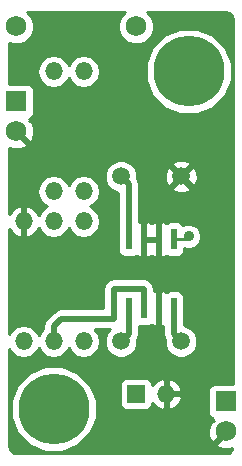
<source format=gtl>
G04 (created by PCBNEW (22-Jun-2014 BZR 4027)-stable) date Sat 24 Feb 2018 09:18:46 AM CST*
%MOIN*%
G04 Gerber Fmt 3.4, Leading zero omitted, Abs format*
%FSLAX34Y34*%
G01*
G70*
G90*
G04 APERTURE LIST*
%ADD10C,0.00590551*%
%ADD11R,0.069X0.069*%
%ADD12C,0.069*%
%ADD13O,0.059X0.059*%
%ADD14R,0.059X0.059*%
%ADD15C,0.059*%
%ADD16R,0.019X0.07*%
%ADD17C,0.23622*%
%ADD18C,0.035*%
%ADD19C,0.02*%
%ADD20C,0.01*%
G04 APERTURE END LIST*
G54D10*
G54D11*
X54500Y-42250D03*
G54D12*
X54500Y-43250D03*
G54D11*
X61500Y-52250D03*
G54D12*
X61500Y-53250D03*
G54D13*
X56750Y-50250D03*
X56750Y-46250D03*
X55750Y-46250D03*
X55750Y-50250D03*
X56750Y-41250D03*
X56750Y-45250D03*
X54750Y-50250D03*
X54750Y-46250D03*
G54D12*
X54500Y-39750D03*
X58500Y-39750D03*
G54D14*
X58500Y-52000D03*
G54D13*
X59500Y-52000D03*
G54D15*
X58000Y-44750D03*
X60000Y-44750D03*
X58000Y-50250D03*
X60000Y-50250D03*
G54D16*
X58250Y-49150D03*
X58750Y-49150D03*
X59250Y-49150D03*
X59750Y-49150D03*
X59750Y-46850D03*
X59250Y-46850D03*
X58750Y-46850D03*
X58250Y-46850D03*
G54D17*
X60250Y-41250D03*
X55750Y-52500D03*
G54D13*
X55750Y-41250D03*
X55750Y-45250D03*
G54D18*
X60250Y-46750D03*
G54D19*
X58250Y-49150D02*
X58250Y-50000D01*
X58250Y-50000D02*
X58000Y-50250D01*
X59750Y-49150D02*
X59750Y-50000D01*
X59750Y-50000D02*
X60000Y-50250D01*
X58750Y-49150D02*
X58750Y-48500D01*
X55750Y-49750D02*
X55750Y-50250D01*
X56000Y-49500D02*
X55750Y-49750D01*
X57750Y-49500D02*
X56000Y-49500D01*
X57750Y-48500D02*
X57750Y-49500D01*
X58750Y-48500D02*
X57750Y-48500D01*
G54D20*
X59750Y-46850D02*
X60150Y-46850D01*
X60150Y-46850D02*
X60250Y-46750D01*
G54D19*
X58250Y-45000D02*
X58000Y-44750D01*
X58250Y-46850D02*
X58250Y-45000D01*
G54D10*
G36*
X61730Y-51654D02*
X61681Y-51654D01*
X61681Y-40966D01*
X61463Y-40440D01*
X61061Y-40037D01*
X60535Y-39819D01*
X59966Y-39818D01*
X59440Y-40036D01*
X59037Y-40438D01*
X58819Y-40964D01*
X58818Y-41533D01*
X59036Y-42059D01*
X59438Y-42462D01*
X59964Y-42680D01*
X60533Y-42681D01*
X61059Y-42463D01*
X61462Y-42061D01*
X61680Y-41535D01*
X61681Y-40966D01*
X61681Y-51654D01*
X61105Y-51654D01*
X61013Y-51692D01*
X60943Y-51763D01*
X60905Y-51855D01*
X60904Y-51954D01*
X60904Y-52644D01*
X60942Y-52736D01*
X61013Y-52806D01*
X61065Y-52828D01*
X61036Y-52857D01*
X61081Y-52902D01*
X60981Y-52935D01*
X60900Y-53157D01*
X60910Y-53393D01*
X60981Y-53564D01*
X61081Y-53597D01*
X61429Y-53250D01*
X61423Y-53244D01*
X61494Y-53173D01*
X61500Y-53179D01*
X61505Y-53173D01*
X61576Y-53244D01*
X61570Y-53250D01*
X61576Y-53255D01*
X61505Y-53326D01*
X61500Y-53320D01*
X61429Y-53391D01*
X61152Y-53668D01*
X61185Y-53768D01*
X61407Y-53849D01*
X61643Y-53839D01*
X61712Y-53810D01*
X61707Y-53835D01*
X61658Y-53909D01*
X61585Y-53958D01*
X61473Y-53980D01*
X60675Y-53980D01*
X60675Y-46665D01*
X60610Y-46509D01*
X60549Y-46448D01*
X60549Y-44830D01*
X60538Y-44614D01*
X60477Y-44465D01*
X60382Y-44438D01*
X60311Y-44509D01*
X60311Y-44367D01*
X60284Y-44272D01*
X60080Y-44200D01*
X59864Y-44211D01*
X59715Y-44272D01*
X59688Y-44367D01*
X60000Y-44679D01*
X60311Y-44367D01*
X60311Y-44509D01*
X60070Y-44750D01*
X60382Y-45061D01*
X60477Y-45034D01*
X60549Y-44830D01*
X60549Y-46448D01*
X60491Y-46389D01*
X60334Y-46325D01*
X60311Y-46325D01*
X60311Y-45132D01*
X60000Y-44820D01*
X59929Y-44891D01*
X59929Y-44750D01*
X59617Y-44438D01*
X59522Y-44465D01*
X59450Y-44669D01*
X59461Y-44885D01*
X59522Y-45034D01*
X59617Y-45061D01*
X59929Y-44750D01*
X59929Y-44891D01*
X59688Y-45132D01*
X59715Y-45227D01*
X59919Y-45299D01*
X60135Y-45288D01*
X60284Y-45227D01*
X60311Y-45132D01*
X60311Y-46325D01*
X60165Y-46324D01*
X60061Y-46368D01*
X60057Y-46358D01*
X59986Y-46288D01*
X59894Y-46250D01*
X59795Y-46249D01*
X59605Y-46249D01*
X59513Y-46287D01*
X59500Y-46301D01*
X59486Y-46287D01*
X59394Y-46249D01*
X59360Y-46250D01*
X59297Y-46312D01*
X59297Y-46800D01*
X59307Y-46800D01*
X59307Y-46900D01*
X59297Y-46900D01*
X59297Y-47387D01*
X59360Y-47450D01*
X59394Y-47450D01*
X59486Y-47412D01*
X59499Y-47398D01*
X59513Y-47411D01*
X59605Y-47449D01*
X59704Y-47450D01*
X59894Y-47450D01*
X59986Y-47412D01*
X60056Y-47341D01*
X60094Y-47249D01*
X60095Y-47150D01*
X60095Y-47150D01*
X60105Y-47150D01*
X60165Y-47174D01*
X60334Y-47175D01*
X60490Y-47110D01*
X60610Y-46991D01*
X60674Y-46834D01*
X60675Y-46665D01*
X60675Y-53980D01*
X60545Y-53980D01*
X60545Y-50142D01*
X60462Y-49941D01*
X60309Y-49788D01*
X60108Y-49705D01*
X60100Y-49705D01*
X60100Y-49150D01*
X60095Y-49125D01*
X60095Y-48750D01*
X60057Y-48658D01*
X59986Y-48588D01*
X59894Y-48550D01*
X59795Y-48549D01*
X59605Y-48549D01*
X59513Y-48587D01*
X59500Y-48601D01*
X59486Y-48587D01*
X59394Y-48549D01*
X59360Y-48550D01*
X59297Y-48612D01*
X59297Y-49100D01*
X59307Y-49100D01*
X59307Y-49200D01*
X59297Y-49200D01*
X59297Y-49687D01*
X59360Y-49750D01*
X59394Y-49750D01*
X59400Y-49747D01*
X59400Y-50000D01*
X59426Y-50133D01*
X59455Y-50176D01*
X59455Y-50176D01*
X59454Y-50357D01*
X59537Y-50558D01*
X59690Y-50711D01*
X59891Y-50794D01*
X60107Y-50795D01*
X60308Y-50712D01*
X60461Y-50559D01*
X60544Y-50358D01*
X60545Y-50142D01*
X60545Y-53980D01*
X60028Y-53980D01*
X60028Y-52134D01*
X60028Y-51865D01*
X59968Y-51721D01*
X59826Y-51563D01*
X59634Y-51471D01*
X59550Y-51519D01*
X59550Y-51950D01*
X59979Y-51950D01*
X60028Y-51865D01*
X60028Y-52134D01*
X59979Y-52050D01*
X59550Y-52050D01*
X59550Y-52480D01*
X59634Y-52528D01*
X59826Y-52436D01*
X59968Y-52278D01*
X60028Y-52134D01*
X60028Y-53980D01*
X59450Y-53980D01*
X59450Y-52480D01*
X59450Y-52050D01*
X59442Y-52050D01*
X59442Y-51950D01*
X59450Y-51950D01*
X59450Y-51519D01*
X59365Y-51471D01*
X59173Y-51563D01*
X59045Y-51706D01*
X59045Y-51655D01*
X59007Y-51563D01*
X58936Y-51493D01*
X58844Y-51455D01*
X58745Y-51454D01*
X58155Y-51454D01*
X58063Y-51492D01*
X57993Y-51563D01*
X57955Y-51655D01*
X57954Y-51754D01*
X57954Y-52344D01*
X57992Y-52436D01*
X58063Y-52506D01*
X58155Y-52544D01*
X58254Y-52545D01*
X58844Y-52545D01*
X58936Y-52507D01*
X59006Y-52436D01*
X59044Y-52344D01*
X59045Y-52293D01*
X59173Y-52436D01*
X59365Y-52528D01*
X59450Y-52480D01*
X59450Y-53980D01*
X57181Y-53980D01*
X57181Y-52216D01*
X56963Y-51690D01*
X56561Y-51287D01*
X56035Y-51069D01*
X55466Y-51068D01*
X54940Y-51286D01*
X54537Y-51688D01*
X54319Y-52214D01*
X54318Y-52783D01*
X54536Y-53309D01*
X54938Y-53712D01*
X55464Y-53930D01*
X56033Y-53931D01*
X56559Y-53713D01*
X56962Y-53311D01*
X57180Y-52785D01*
X57181Y-52216D01*
X57181Y-53980D01*
X54527Y-53980D01*
X54414Y-53957D01*
X54340Y-53908D01*
X54291Y-53835D01*
X54269Y-53723D01*
X54269Y-50503D01*
X54364Y-50646D01*
X54541Y-50764D01*
X54750Y-50805D01*
X54958Y-50764D01*
X55135Y-50646D01*
X55250Y-50474D01*
X55364Y-50646D01*
X55541Y-50764D01*
X55750Y-50805D01*
X55958Y-50764D01*
X56135Y-50646D01*
X56250Y-50474D01*
X56364Y-50646D01*
X56541Y-50764D01*
X56750Y-50805D01*
X56958Y-50764D01*
X57135Y-50646D01*
X57253Y-50469D01*
X57295Y-50260D01*
X57295Y-50239D01*
X57253Y-50030D01*
X57135Y-49853D01*
X57129Y-49850D01*
X57629Y-49850D01*
X57538Y-49940D01*
X57455Y-50141D01*
X57454Y-50357D01*
X57537Y-50558D01*
X57690Y-50711D01*
X57891Y-50794D01*
X58107Y-50795D01*
X58308Y-50712D01*
X58461Y-50559D01*
X58544Y-50358D01*
X58545Y-50176D01*
X58545Y-50176D01*
X58573Y-50133D01*
X58600Y-50000D01*
X58600Y-49747D01*
X58605Y-49749D01*
X58704Y-49750D01*
X58894Y-49750D01*
X58986Y-49712D01*
X59000Y-49698D01*
X59013Y-49712D01*
X59105Y-49750D01*
X59140Y-49750D01*
X59202Y-49687D01*
X59202Y-49200D01*
X59192Y-49200D01*
X59192Y-49100D01*
X59202Y-49100D01*
X59202Y-48612D01*
X59202Y-47387D01*
X59202Y-46900D01*
X59202Y-46800D01*
X59202Y-46312D01*
X59140Y-46250D01*
X59105Y-46249D01*
X59013Y-46287D01*
X59000Y-46301D01*
X58986Y-46287D01*
X58894Y-46249D01*
X58860Y-46250D01*
X58797Y-46312D01*
X58797Y-46800D01*
X58967Y-46800D01*
X59032Y-46800D01*
X59202Y-46800D01*
X59202Y-46900D01*
X59032Y-46900D01*
X58967Y-46900D01*
X58797Y-46900D01*
X58797Y-47387D01*
X58860Y-47450D01*
X58894Y-47450D01*
X58986Y-47412D01*
X59000Y-47398D01*
X59013Y-47412D01*
X59105Y-47450D01*
X59140Y-47450D01*
X59202Y-47387D01*
X59202Y-48612D01*
X59140Y-48550D01*
X59105Y-48549D01*
X59100Y-48552D01*
X59100Y-48500D01*
X59073Y-48366D01*
X58997Y-48252D01*
X58883Y-48176D01*
X58750Y-48150D01*
X58702Y-48150D01*
X58702Y-47387D01*
X58702Y-46900D01*
X58692Y-46900D01*
X58692Y-46800D01*
X58702Y-46800D01*
X58702Y-46312D01*
X58640Y-46250D01*
X58605Y-46249D01*
X58600Y-46252D01*
X58600Y-45000D01*
X58573Y-44866D01*
X58544Y-44823D01*
X58544Y-44823D01*
X58545Y-44642D01*
X58462Y-44441D01*
X58309Y-44288D01*
X58108Y-44205D01*
X57892Y-44204D01*
X57691Y-44287D01*
X57538Y-44440D01*
X57455Y-44641D01*
X57454Y-44857D01*
X57537Y-45058D01*
X57690Y-45211D01*
X57891Y-45294D01*
X57900Y-45294D01*
X57900Y-46850D01*
X57904Y-46874D01*
X57904Y-47249D01*
X57942Y-47341D01*
X58013Y-47411D01*
X58105Y-47449D01*
X58204Y-47450D01*
X58394Y-47450D01*
X58486Y-47412D01*
X58500Y-47398D01*
X58513Y-47412D01*
X58605Y-47450D01*
X58640Y-47450D01*
X58702Y-47387D01*
X58702Y-48150D01*
X57750Y-48150D01*
X57616Y-48176D01*
X57502Y-48252D01*
X57426Y-48366D01*
X57400Y-48500D01*
X57400Y-49150D01*
X57295Y-49150D01*
X57295Y-46260D01*
X57295Y-46239D01*
X57253Y-46030D01*
X57135Y-45853D01*
X56979Y-45750D01*
X57135Y-45646D01*
X57253Y-45469D01*
X57295Y-45260D01*
X57295Y-45239D01*
X57295Y-41260D01*
X57295Y-41239D01*
X57253Y-41030D01*
X57135Y-40853D01*
X56958Y-40735D01*
X56750Y-40694D01*
X56541Y-40735D01*
X56364Y-40853D01*
X56250Y-41025D01*
X56135Y-40853D01*
X55958Y-40735D01*
X55750Y-40694D01*
X55541Y-40735D01*
X55364Y-40853D01*
X55246Y-41030D01*
X55205Y-41239D01*
X55205Y-41260D01*
X55246Y-41469D01*
X55364Y-41646D01*
X55541Y-41764D01*
X55750Y-41805D01*
X55958Y-41764D01*
X56135Y-41646D01*
X56250Y-41474D01*
X56364Y-41646D01*
X56541Y-41764D01*
X56750Y-41805D01*
X56958Y-41764D01*
X57135Y-41646D01*
X57253Y-41469D01*
X57295Y-41260D01*
X57295Y-45239D01*
X57253Y-45030D01*
X57135Y-44853D01*
X56958Y-44735D01*
X56750Y-44694D01*
X56541Y-44735D01*
X56364Y-44853D01*
X56250Y-45025D01*
X56135Y-44853D01*
X55958Y-44735D01*
X55750Y-44694D01*
X55541Y-44735D01*
X55364Y-44853D01*
X55246Y-45030D01*
X55205Y-45239D01*
X55205Y-45260D01*
X55246Y-45469D01*
X55364Y-45646D01*
X55520Y-45750D01*
X55364Y-45853D01*
X55246Y-46030D01*
X55243Y-46043D01*
X55186Y-45923D01*
X55099Y-45845D01*
X55028Y-45781D01*
X54884Y-45721D01*
X54800Y-45770D01*
X54800Y-46200D01*
X54807Y-46200D01*
X54807Y-46300D01*
X54800Y-46300D01*
X54800Y-46729D01*
X54884Y-46778D01*
X55028Y-46718D01*
X55186Y-46576D01*
X55243Y-46456D01*
X55246Y-46469D01*
X55364Y-46646D01*
X55541Y-46764D01*
X55750Y-46805D01*
X55958Y-46764D01*
X56135Y-46646D01*
X56250Y-46474D01*
X56364Y-46646D01*
X56541Y-46764D01*
X56750Y-46805D01*
X56958Y-46764D01*
X57135Y-46646D01*
X57253Y-46469D01*
X57295Y-46260D01*
X57295Y-49150D01*
X56000Y-49150D01*
X55866Y-49176D01*
X55752Y-49252D01*
X55752Y-49252D01*
X55502Y-49502D01*
X55426Y-49616D01*
X55400Y-49750D01*
X55400Y-49830D01*
X55364Y-49853D01*
X55250Y-50025D01*
X55135Y-49853D01*
X54958Y-49735D01*
X54750Y-49694D01*
X54541Y-49735D01*
X54364Y-49853D01*
X54269Y-49996D01*
X54269Y-46484D01*
X54313Y-46576D01*
X54471Y-46718D01*
X54615Y-46778D01*
X54700Y-46729D01*
X54700Y-46300D01*
X54692Y-46300D01*
X54692Y-46200D01*
X54700Y-46200D01*
X54700Y-45770D01*
X54615Y-45721D01*
X54471Y-45781D01*
X54313Y-45923D01*
X54269Y-46015D01*
X54269Y-43799D01*
X54407Y-43849D01*
X54643Y-43839D01*
X54814Y-43768D01*
X54847Y-43668D01*
X54500Y-43320D01*
X54494Y-43326D01*
X54423Y-43255D01*
X54429Y-43250D01*
X54423Y-43244D01*
X54494Y-43173D01*
X54500Y-43179D01*
X54505Y-43173D01*
X54576Y-43244D01*
X54570Y-43250D01*
X54918Y-43597D01*
X55018Y-43564D01*
X55099Y-43342D01*
X55089Y-43106D01*
X55018Y-42935D01*
X54918Y-42902D01*
X54963Y-42857D01*
X54934Y-42828D01*
X54986Y-42807D01*
X55056Y-42736D01*
X55094Y-42644D01*
X55095Y-42545D01*
X55095Y-41855D01*
X55057Y-41763D01*
X54986Y-41693D01*
X54894Y-41655D01*
X54795Y-41654D01*
X54269Y-41654D01*
X54269Y-40298D01*
X54381Y-40344D01*
X54617Y-40345D01*
X54836Y-40254D01*
X55004Y-40087D01*
X55094Y-39868D01*
X55095Y-39632D01*
X55004Y-39413D01*
X54861Y-39269D01*
X58138Y-39269D01*
X57995Y-39412D01*
X57905Y-39631D01*
X57904Y-39867D01*
X57995Y-40086D01*
X58162Y-40254D01*
X58381Y-40344D01*
X58617Y-40345D01*
X58836Y-40254D01*
X59004Y-40087D01*
X59094Y-39868D01*
X59095Y-39632D01*
X59004Y-39413D01*
X58861Y-39269D01*
X61473Y-39269D01*
X61585Y-39291D01*
X61658Y-39340D01*
X61707Y-39414D01*
X61730Y-39527D01*
X61730Y-51654D01*
X61730Y-51654D01*
G37*
G54D20*
X61730Y-51654D02*
X61681Y-51654D01*
X61681Y-40966D01*
X61463Y-40440D01*
X61061Y-40037D01*
X60535Y-39819D01*
X59966Y-39818D01*
X59440Y-40036D01*
X59037Y-40438D01*
X58819Y-40964D01*
X58818Y-41533D01*
X59036Y-42059D01*
X59438Y-42462D01*
X59964Y-42680D01*
X60533Y-42681D01*
X61059Y-42463D01*
X61462Y-42061D01*
X61680Y-41535D01*
X61681Y-40966D01*
X61681Y-51654D01*
X61105Y-51654D01*
X61013Y-51692D01*
X60943Y-51763D01*
X60905Y-51855D01*
X60904Y-51954D01*
X60904Y-52644D01*
X60942Y-52736D01*
X61013Y-52806D01*
X61065Y-52828D01*
X61036Y-52857D01*
X61081Y-52902D01*
X60981Y-52935D01*
X60900Y-53157D01*
X60910Y-53393D01*
X60981Y-53564D01*
X61081Y-53597D01*
X61429Y-53250D01*
X61423Y-53244D01*
X61494Y-53173D01*
X61500Y-53179D01*
X61505Y-53173D01*
X61576Y-53244D01*
X61570Y-53250D01*
X61576Y-53255D01*
X61505Y-53326D01*
X61500Y-53320D01*
X61429Y-53391D01*
X61152Y-53668D01*
X61185Y-53768D01*
X61407Y-53849D01*
X61643Y-53839D01*
X61712Y-53810D01*
X61707Y-53835D01*
X61658Y-53909D01*
X61585Y-53958D01*
X61473Y-53980D01*
X60675Y-53980D01*
X60675Y-46665D01*
X60610Y-46509D01*
X60549Y-46448D01*
X60549Y-44830D01*
X60538Y-44614D01*
X60477Y-44465D01*
X60382Y-44438D01*
X60311Y-44509D01*
X60311Y-44367D01*
X60284Y-44272D01*
X60080Y-44200D01*
X59864Y-44211D01*
X59715Y-44272D01*
X59688Y-44367D01*
X60000Y-44679D01*
X60311Y-44367D01*
X60311Y-44509D01*
X60070Y-44750D01*
X60382Y-45061D01*
X60477Y-45034D01*
X60549Y-44830D01*
X60549Y-46448D01*
X60491Y-46389D01*
X60334Y-46325D01*
X60311Y-46325D01*
X60311Y-45132D01*
X60000Y-44820D01*
X59929Y-44891D01*
X59929Y-44750D01*
X59617Y-44438D01*
X59522Y-44465D01*
X59450Y-44669D01*
X59461Y-44885D01*
X59522Y-45034D01*
X59617Y-45061D01*
X59929Y-44750D01*
X59929Y-44891D01*
X59688Y-45132D01*
X59715Y-45227D01*
X59919Y-45299D01*
X60135Y-45288D01*
X60284Y-45227D01*
X60311Y-45132D01*
X60311Y-46325D01*
X60165Y-46324D01*
X60061Y-46368D01*
X60057Y-46358D01*
X59986Y-46288D01*
X59894Y-46250D01*
X59795Y-46249D01*
X59605Y-46249D01*
X59513Y-46287D01*
X59500Y-46301D01*
X59486Y-46287D01*
X59394Y-46249D01*
X59360Y-46250D01*
X59297Y-46312D01*
X59297Y-46800D01*
X59307Y-46800D01*
X59307Y-46900D01*
X59297Y-46900D01*
X59297Y-47387D01*
X59360Y-47450D01*
X59394Y-47450D01*
X59486Y-47412D01*
X59499Y-47398D01*
X59513Y-47411D01*
X59605Y-47449D01*
X59704Y-47450D01*
X59894Y-47450D01*
X59986Y-47412D01*
X60056Y-47341D01*
X60094Y-47249D01*
X60095Y-47150D01*
X60095Y-47150D01*
X60105Y-47150D01*
X60165Y-47174D01*
X60334Y-47175D01*
X60490Y-47110D01*
X60610Y-46991D01*
X60674Y-46834D01*
X60675Y-46665D01*
X60675Y-53980D01*
X60545Y-53980D01*
X60545Y-50142D01*
X60462Y-49941D01*
X60309Y-49788D01*
X60108Y-49705D01*
X60100Y-49705D01*
X60100Y-49150D01*
X60095Y-49125D01*
X60095Y-48750D01*
X60057Y-48658D01*
X59986Y-48588D01*
X59894Y-48550D01*
X59795Y-48549D01*
X59605Y-48549D01*
X59513Y-48587D01*
X59500Y-48601D01*
X59486Y-48587D01*
X59394Y-48549D01*
X59360Y-48550D01*
X59297Y-48612D01*
X59297Y-49100D01*
X59307Y-49100D01*
X59307Y-49200D01*
X59297Y-49200D01*
X59297Y-49687D01*
X59360Y-49750D01*
X59394Y-49750D01*
X59400Y-49747D01*
X59400Y-50000D01*
X59426Y-50133D01*
X59455Y-50176D01*
X59455Y-50176D01*
X59454Y-50357D01*
X59537Y-50558D01*
X59690Y-50711D01*
X59891Y-50794D01*
X60107Y-50795D01*
X60308Y-50712D01*
X60461Y-50559D01*
X60544Y-50358D01*
X60545Y-50142D01*
X60545Y-53980D01*
X60028Y-53980D01*
X60028Y-52134D01*
X60028Y-51865D01*
X59968Y-51721D01*
X59826Y-51563D01*
X59634Y-51471D01*
X59550Y-51519D01*
X59550Y-51950D01*
X59979Y-51950D01*
X60028Y-51865D01*
X60028Y-52134D01*
X59979Y-52050D01*
X59550Y-52050D01*
X59550Y-52480D01*
X59634Y-52528D01*
X59826Y-52436D01*
X59968Y-52278D01*
X60028Y-52134D01*
X60028Y-53980D01*
X59450Y-53980D01*
X59450Y-52480D01*
X59450Y-52050D01*
X59442Y-52050D01*
X59442Y-51950D01*
X59450Y-51950D01*
X59450Y-51519D01*
X59365Y-51471D01*
X59173Y-51563D01*
X59045Y-51706D01*
X59045Y-51655D01*
X59007Y-51563D01*
X58936Y-51493D01*
X58844Y-51455D01*
X58745Y-51454D01*
X58155Y-51454D01*
X58063Y-51492D01*
X57993Y-51563D01*
X57955Y-51655D01*
X57954Y-51754D01*
X57954Y-52344D01*
X57992Y-52436D01*
X58063Y-52506D01*
X58155Y-52544D01*
X58254Y-52545D01*
X58844Y-52545D01*
X58936Y-52507D01*
X59006Y-52436D01*
X59044Y-52344D01*
X59045Y-52293D01*
X59173Y-52436D01*
X59365Y-52528D01*
X59450Y-52480D01*
X59450Y-53980D01*
X57181Y-53980D01*
X57181Y-52216D01*
X56963Y-51690D01*
X56561Y-51287D01*
X56035Y-51069D01*
X55466Y-51068D01*
X54940Y-51286D01*
X54537Y-51688D01*
X54319Y-52214D01*
X54318Y-52783D01*
X54536Y-53309D01*
X54938Y-53712D01*
X55464Y-53930D01*
X56033Y-53931D01*
X56559Y-53713D01*
X56962Y-53311D01*
X57180Y-52785D01*
X57181Y-52216D01*
X57181Y-53980D01*
X54527Y-53980D01*
X54414Y-53957D01*
X54340Y-53908D01*
X54291Y-53835D01*
X54269Y-53723D01*
X54269Y-50503D01*
X54364Y-50646D01*
X54541Y-50764D01*
X54750Y-50805D01*
X54958Y-50764D01*
X55135Y-50646D01*
X55250Y-50474D01*
X55364Y-50646D01*
X55541Y-50764D01*
X55750Y-50805D01*
X55958Y-50764D01*
X56135Y-50646D01*
X56250Y-50474D01*
X56364Y-50646D01*
X56541Y-50764D01*
X56750Y-50805D01*
X56958Y-50764D01*
X57135Y-50646D01*
X57253Y-50469D01*
X57295Y-50260D01*
X57295Y-50239D01*
X57253Y-50030D01*
X57135Y-49853D01*
X57129Y-49850D01*
X57629Y-49850D01*
X57538Y-49940D01*
X57455Y-50141D01*
X57454Y-50357D01*
X57537Y-50558D01*
X57690Y-50711D01*
X57891Y-50794D01*
X58107Y-50795D01*
X58308Y-50712D01*
X58461Y-50559D01*
X58544Y-50358D01*
X58545Y-50176D01*
X58545Y-50176D01*
X58573Y-50133D01*
X58600Y-50000D01*
X58600Y-49747D01*
X58605Y-49749D01*
X58704Y-49750D01*
X58894Y-49750D01*
X58986Y-49712D01*
X59000Y-49698D01*
X59013Y-49712D01*
X59105Y-49750D01*
X59140Y-49750D01*
X59202Y-49687D01*
X59202Y-49200D01*
X59192Y-49200D01*
X59192Y-49100D01*
X59202Y-49100D01*
X59202Y-48612D01*
X59202Y-47387D01*
X59202Y-46900D01*
X59202Y-46800D01*
X59202Y-46312D01*
X59140Y-46250D01*
X59105Y-46249D01*
X59013Y-46287D01*
X59000Y-46301D01*
X58986Y-46287D01*
X58894Y-46249D01*
X58860Y-46250D01*
X58797Y-46312D01*
X58797Y-46800D01*
X58967Y-46800D01*
X59032Y-46800D01*
X59202Y-46800D01*
X59202Y-46900D01*
X59032Y-46900D01*
X58967Y-46900D01*
X58797Y-46900D01*
X58797Y-47387D01*
X58860Y-47450D01*
X58894Y-47450D01*
X58986Y-47412D01*
X59000Y-47398D01*
X59013Y-47412D01*
X59105Y-47450D01*
X59140Y-47450D01*
X59202Y-47387D01*
X59202Y-48612D01*
X59140Y-48550D01*
X59105Y-48549D01*
X59100Y-48552D01*
X59100Y-48500D01*
X59073Y-48366D01*
X58997Y-48252D01*
X58883Y-48176D01*
X58750Y-48150D01*
X58702Y-48150D01*
X58702Y-47387D01*
X58702Y-46900D01*
X58692Y-46900D01*
X58692Y-46800D01*
X58702Y-46800D01*
X58702Y-46312D01*
X58640Y-46250D01*
X58605Y-46249D01*
X58600Y-46252D01*
X58600Y-45000D01*
X58573Y-44866D01*
X58544Y-44823D01*
X58544Y-44823D01*
X58545Y-44642D01*
X58462Y-44441D01*
X58309Y-44288D01*
X58108Y-44205D01*
X57892Y-44204D01*
X57691Y-44287D01*
X57538Y-44440D01*
X57455Y-44641D01*
X57454Y-44857D01*
X57537Y-45058D01*
X57690Y-45211D01*
X57891Y-45294D01*
X57900Y-45294D01*
X57900Y-46850D01*
X57904Y-46874D01*
X57904Y-47249D01*
X57942Y-47341D01*
X58013Y-47411D01*
X58105Y-47449D01*
X58204Y-47450D01*
X58394Y-47450D01*
X58486Y-47412D01*
X58500Y-47398D01*
X58513Y-47412D01*
X58605Y-47450D01*
X58640Y-47450D01*
X58702Y-47387D01*
X58702Y-48150D01*
X57750Y-48150D01*
X57616Y-48176D01*
X57502Y-48252D01*
X57426Y-48366D01*
X57400Y-48500D01*
X57400Y-49150D01*
X57295Y-49150D01*
X57295Y-46260D01*
X57295Y-46239D01*
X57253Y-46030D01*
X57135Y-45853D01*
X56979Y-45750D01*
X57135Y-45646D01*
X57253Y-45469D01*
X57295Y-45260D01*
X57295Y-45239D01*
X57295Y-41260D01*
X57295Y-41239D01*
X57253Y-41030D01*
X57135Y-40853D01*
X56958Y-40735D01*
X56750Y-40694D01*
X56541Y-40735D01*
X56364Y-40853D01*
X56250Y-41025D01*
X56135Y-40853D01*
X55958Y-40735D01*
X55750Y-40694D01*
X55541Y-40735D01*
X55364Y-40853D01*
X55246Y-41030D01*
X55205Y-41239D01*
X55205Y-41260D01*
X55246Y-41469D01*
X55364Y-41646D01*
X55541Y-41764D01*
X55750Y-41805D01*
X55958Y-41764D01*
X56135Y-41646D01*
X56250Y-41474D01*
X56364Y-41646D01*
X56541Y-41764D01*
X56750Y-41805D01*
X56958Y-41764D01*
X57135Y-41646D01*
X57253Y-41469D01*
X57295Y-41260D01*
X57295Y-45239D01*
X57253Y-45030D01*
X57135Y-44853D01*
X56958Y-44735D01*
X56750Y-44694D01*
X56541Y-44735D01*
X56364Y-44853D01*
X56250Y-45025D01*
X56135Y-44853D01*
X55958Y-44735D01*
X55750Y-44694D01*
X55541Y-44735D01*
X55364Y-44853D01*
X55246Y-45030D01*
X55205Y-45239D01*
X55205Y-45260D01*
X55246Y-45469D01*
X55364Y-45646D01*
X55520Y-45750D01*
X55364Y-45853D01*
X55246Y-46030D01*
X55243Y-46043D01*
X55186Y-45923D01*
X55099Y-45845D01*
X55028Y-45781D01*
X54884Y-45721D01*
X54800Y-45770D01*
X54800Y-46200D01*
X54807Y-46200D01*
X54807Y-46300D01*
X54800Y-46300D01*
X54800Y-46729D01*
X54884Y-46778D01*
X55028Y-46718D01*
X55186Y-46576D01*
X55243Y-46456D01*
X55246Y-46469D01*
X55364Y-46646D01*
X55541Y-46764D01*
X55750Y-46805D01*
X55958Y-46764D01*
X56135Y-46646D01*
X56250Y-46474D01*
X56364Y-46646D01*
X56541Y-46764D01*
X56750Y-46805D01*
X56958Y-46764D01*
X57135Y-46646D01*
X57253Y-46469D01*
X57295Y-46260D01*
X57295Y-49150D01*
X56000Y-49150D01*
X55866Y-49176D01*
X55752Y-49252D01*
X55752Y-49252D01*
X55502Y-49502D01*
X55426Y-49616D01*
X55400Y-49750D01*
X55400Y-49830D01*
X55364Y-49853D01*
X55250Y-50025D01*
X55135Y-49853D01*
X54958Y-49735D01*
X54750Y-49694D01*
X54541Y-49735D01*
X54364Y-49853D01*
X54269Y-49996D01*
X54269Y-46484D01*
X54313Y-46576D01*
X54471Y-46718D01*
X54615Y-46778D01*
X54700Y-46729D01*
X54700Y-46300D01*
X54692Y-46300D01*
X54692Y-46200D01*
X54700Y-46200D01*
X54700Y-45770D01*
X54615Y-45721D01*
X54471Y-45781D01*
X54313Y-45923D01*
X54269Y-46015D01*
X54269Y-43799D01*
X54407Y-43849D01*
X54643Y-43839D01*
X54814Y-43768D01*
X54847Y-43668D01*
X54500Y-43320D01*
X54494Y-43326D01*
X54423Y-43255D01*
X54429Y-43250D01*
X54423Y-43244D01*
X54494Y-43173D01*
X54500Y-43179D01*
X54505Y-43173D01*
X54576Y-43244D01*
X54570Y-43250D01*
X54918Y-43597D01*
X55018Y-43564D01*
X55099Y-43342D01*
X55089Y-43106D01*
X55018Y-42935D01*
X54918Y-42902D01*
X54963Y-42857D01*
X54934Y-42828D01*
X54986Y-42807D01*
X55056Y-42736D01*
X55094Y-42644D01*
X55095Y-42545D01*
X55095Y-41855D01*
X55057Y-41763D01*
X54986Y-41693D01*
X54894Y-41655D01*
X54795Y-41654D01*
X54269Y-41654D01*
X54269Y-40298D01*
X54381Y-40344D01*
X54617Y-40345D01*
X54836Y-40254D01*
X55004Y-40087D01*
X55094Y-39868D01*
X55095Y-39632D01*
X55004Y-39413D01*
X54861Y-39269D01*
X58138Y-39269D01*
X57995Y-39412D01*
X57905Y-39631D01*
X57904Y-39867D01*
X57995Y-40086D01*
X58162Y-40254D01*
X58381Y-40344D01*
X58617Y-40345D01*
X58836Y-40254D01*
X59004Y-40087D01*
X59094Y-39868D01*
X59095Y-39632D01*
X59004Y-39413D01*
X58861Y-39269D01*
X61473Y-39269D01*
X61585Y-39291D01*
X61658Y-39340D01*
X61707Y-39414D01*
X61730Y-39527D01*
X61730Y-51654D01*
M02*

</source>
